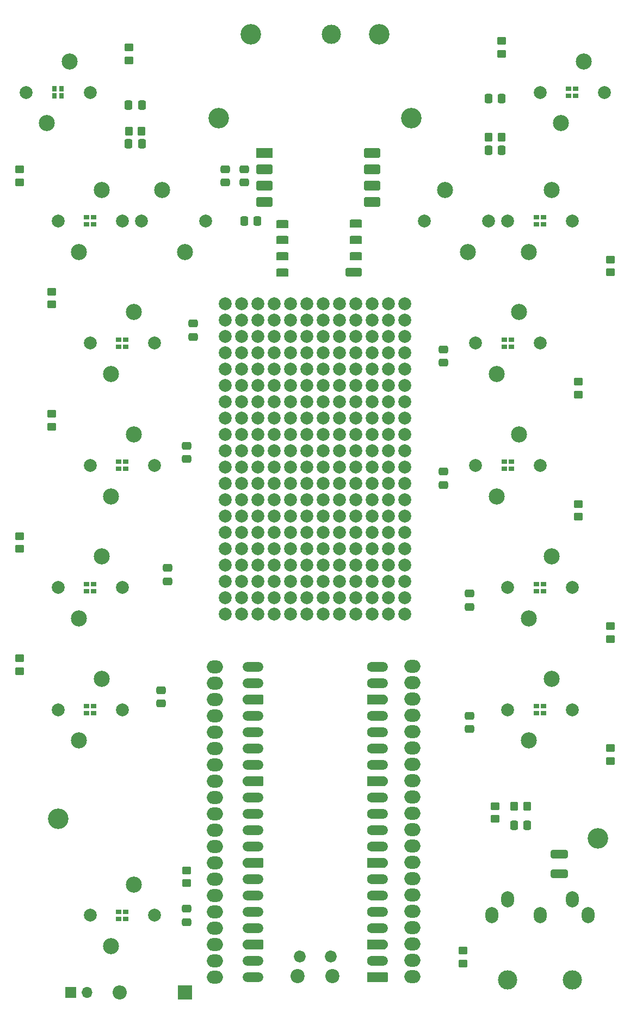
<source format=gts>
%TF.GenerationSoftware,KiCad,Pcbnew,9.0.0*%
%TF.CreationDate,2025-03-25T20:45:47+10:00*%
%TF.ProjectId,PicoSax,5069636f-5361-4782-9e6b-696361645f70,rev?*%
%TF.SameCoordinates,Original*%
%TF.FileFunction,Soldermask,Top*%
%TF.FilePolarity,Negative*%
%FSLAX46Y46*%
G04 Gerber Fmt 4.6, Leading zero omitted, Abs format (unit mm)*
G04 Created by KiCad (PCBNEW 9.0.0) date 2025-03-25 20:45:47*
%MOMM*%
%LPD*%
G01*
G04 APERTURE LIST*
G04 Aperture macros list*
%AMRoundRect*
0 Rectangle with rounded corners*
0 $1 Rounding radius*
0 $2 $3 $4 $5 $6 $7 $8 $9 X,Y pos of 4 corners*
0 Add a 4 corners polygon primitive as box body*
4,1,4,$2,$3,$4,$5,$6,$7,$8,$9,$2,$3,0*
0 Add four circle primitives for the rounded corners*
1,1,$1+$1,$2,$3*
1,1,$1+$1,$4,$5*
1,1,$1+$1,$6,$7*
1,1,$1+$1,$8,$9*
0 Add four rect primitives between the rounded corners*
20,1,$1+$1,$2,$3,$4,$5,0*
20,1,$1+$1,$4,$5,$6,$7,0*
20,1,$1+$1,$6,$7,$8,$9,0*
20,1,$1+$1,$8,$9,$2,$3,0*%
%AMFreePoly0*
4,1,37,0.800000,0.796148,0.878414,0.796148,1.032228,0.765552,1.177117,0.705537,1.307515,0.618408,1.418408,0.507515,1.505537,0.377117,1.565552,0.232228,1.596148,0.078414,1.596148,-0.078414,1.565552,-0.232228,1.505537,-0.377117,1.418408,-0.507515,1.307515,-0.618408,1.177117,-0.705537,1.032228,-0.765552,0.878414,-0.796148,0.800000,-0.796148,0.800000,-0.800000,-1.400000,-0.800000,
-1.403843,-0.796157,-1.439018,-0.796157,-1.511114,-0.766294,-1.566294,-0.711114,-1.596157,-0.639018,-1.596157,-0.603843,-1.600000,-0.600000,-1.600000,0.600000,-1.596157,0.603843,-1.596157,0.639018,-1.566294,0.711114,-1.511114,0.766294,-1.439018,0.796157,-1.403843,0.796157,-1.400000,0.800000,0.800000,0.800000,0.800000,0.796148,0.800000,0.796148,$1*%
%AMFreePoly1*
4,1,37,1.403843,0.796157,1.439018,0.796157,1.511114,0.766294,1.566294,0.711114,1.596157,0.639018,1.596157,0.603843,1.600000,0.600000,1.600000,-0.600000,1.596157,-0.603843,1.596157,-0.639018,1.566294,-0.711114,1.511114,-0.766294,1.439018,-0.796157,1.403843,-0.796157,1.400000,-0.800000,-0.800000,-0.800000,-0.800000,-0.796148,-0.878414,-0.796148,-1.032228,-0.765552,-1.177117,-0.705537,
-1.307515,-0.618408,-1.418408,-0.507515,-1.505537,-0.377117,-1.565552,-0.232228,-1.596148,-0.078414,-1.596148,0.078414,-1.565552,0.232228,-1.505537,0.377117,-1.418408,0.507515,-1.307515,0.618408,-1.177117,0.705537,-1.032228,0.765552,-0.878414,0.796148,-0.800000,0.796148,-0.800000,0.800000,1.400000,0.800000,1.403843,0.796157,1.403843,0.796157,$1*%
%AMFreePoly2*
4,1,37,0.603843,0.796157,0.639018,0.796157,0.711114,0.766294,0.766294,0.711114,0.796157,0.639018,0.796157,0.603843,0.800000,0.600000,0.800000,-0.600000,0.796157,-0.603843,0.796157,-0.639018,0.766294,-0.711114,0.711114,-0.766294,0.639018,-0.796157,0.603843,-0.796157,0.600000,-0.800000,0.000000,-0.800000,0.000000,-0.796148,-0.078414,-0.796148,-0.232228,-0.765552,-0.377117,-0.705537,
-0.507515,-0.618408,-0.618408,-0.507515,-0.705537,-0.377117,-0.765552,-0.232228,-0.796148,-0.078414,-0.796148,0.078414,-0.765552,0.232228,-0.705537,0.377117,-0.618408,0.507515,-0.507515,0.618408,-0.377117,0.705537,-0.232228,0.765552,-0.078414,0.796148,0.000000,0.796148,0.000000,0.800000,0.600000,0.800000,0.603843,0.796157,0.603843,0.796157,$1*%
%AMFreePoly3*
4,1,37,0.000000,0.796148,0.078414,0.796148,0.232228,0.765552,0.377117,0.705537,0.507515,0.618408,0.618408,0.507515,0.705537,0.377117,0.765552,0.232228,0.796148,0.078414,0.796148,-0.078414,0.765552,-0.232228,0.705537,-0.377117,0.618408,-0.507515,0.507515,-0.618408,0.377117,-0.705537,0.232228,-0.765552,0.078414,-0.796148,0.000000,-0.796148,0.000000,-0.800000,-0.600000,-0.800000,
-0.603843,-0.796157,-0.639018,-0.796157,-0.711114,-0.766294,-0.766294,-0.711114,-0.796157,-0.639018,-0.796157,-0.603843,-0.800000,-0.600000,-0.800000,0.600000,-0.796157,0.603843,-0.796157,0.639018,-0.766294,0.711114,-0.711114,0.766294,-0.639018,0.796157,-0.603843,0.796157,-0.600000,0.800000,0.000000,0.800000,0.000000,0.796148,0.000000,0.796148,$1*%
G04 Aperture macros list end*
%ADD10RoundRect,0.250000X-0.450000X0.350000X-0.450000X-0.350000X0.450000X-0.350000X0.450000X0.350000X0*%
%ADD11RoundRect,0.250000X0.450000X-0.350000X0.450000X0.350000X-0.450000X0.350000X-0.450000X-0.350000X0*%
%ADD12RoundRect,0.250000X0.337500X0.475000X-0.337500X0.475000X-0.337500X-0.475000X0.337500X-0.475000X0*%
%ADD13C,2.000000*%
%ADD14C,2.500000*%
%ADD15RoundRect,0.250000X-0.475000X0.337500X-0.475000X-0.337500X0.475000X-0.337500X0.475000X0.337500X0*%
%ADD16R,0.812800X0.762000*%
%ADD17RoundRect,0.250000X0.475000X-0.337500X0.475000X0.337500X-0.475000X0.337500X-0.475000X-0.337500X0*%
%ADD18C,3.200000*%
%ADD19RoundRect,0.195000X1.055000X0.455000X-1.055000X0.455000X-1.055000X-0.455000X1.055000X-0.455000X0*%
%ADD20RoundRect,0.190500X0.762000X0.444500X-0.762000X0.444500X-0.762000X-0.444500X0.762000X-0.444500X0*%
%ADD21C,2.200000*%
%ADD22C,1.850000*%
%ADD23FreePoly0,180.000000*%
%ADD24RoundRect,0.200000X0.600000X0.600000X-0.600000X0.600000X-0.600000X-0.600000X0.600000X-0.600000X0*%
%ADD25RoundRect,0.800000X0.800000X0.000010X-0.800000X0.000010X-0.800000X-0.000010X0.800000X-0.000010X0*%
%ADD26C,1.600000*%
%ADD27FreePoly1,180.000000*%
%ADD28FreePoly2,180.000000*%
%ADD29FreePoly3,180.000000*%
%ADD30R,2.540000X1.520000*%
%ADD31RoundRect,0.250000X1.020000X0.510000X-1.020000X0.510000X-1.020000X-0.510000X1.020000X-0.510000X0*%
%ADD32C,3.000000*%
%ADD33RoundRect,0.250000X-0.337500X-0.475000X0.337500X-0.475000X0.337500X0.475000X-0.337500X0.475000X0*%
%ADD34RoundRect,0.250000X0.350000X0.450000X-0.350000X0.450000X-0.350000X-0.450000X0.350000X-0.450000X0*%
%ADD35R,0.762000X0.812800*%
%ADD36O,2.500000X2.000000*%
%ADD37RoundRect,0.250000X-1.075000X0.400000X-1.075000X-0.400000X1.075000X-0.400000X1.075000X0.400000X0*%
%ADD38O,2.000000X2.500000*%
%ADD39RoundRect,0.250000X-0.350000X-0.450000X0.350000X-0.450000X0.350000X0.450000X-0.350000X0.450000X0*%
%ADD40R,1.700000X1.700000*%
%ADD41O,1.700000X1.700000*%
%ADD42R,2.200000X2.200000*%
%ADD43O,2.200000X2.200000*%
G04 APERTURE END LIST*
D10*
%TO.C,R9*%
X129000000Y-59000000D03*
X129000000Y-61000000D03*
%TD*%
D11*
%TO.C,R3*%
X59000000Y-100000000D03*
X59000000Y-98000000D03*
%TD*%
D10*
%TO.C,R17*%
X123000000Y-200500000D03*
X123000000Y-202500000D03*
%TD*%
D12*
%TO.C,C10*%
X133037500Y-181000000D03*
X130962500Y-181000000D03*
%TD*%
D13*
%TO.C,SWE1*%
X65000000Y-106000000D03*
X75000000Y-106000000D03*
D14*
X68225000Y-110810000D03*
X71775000Y-101190000D03*
%TD*%
D15*
%TO.C,C8*%
X124000000Y-144962500D03*
X124000000Y-147037500D03*
%TD*%
%TO.C,C6*%
X120000000Y-106962500D03*
X120000000Y-109037500D03*
%TD*%
D11*
%TO.C,R6*%
X54000000Y-157000000D03*
X54000000Y-155000000D03*
%TD*%
D16*
%TO.C,L7*%
X70544401Y-195549999D03*
X70544401Y-194450001D03*
X69455599Y-194450001D03*
X69455599Y-195549999D03*
%TD*%
%TO.C,L12*%
X65544401Y-87549999D03*
X65544401Y-86450001D03*
X64455599Y-86450001D03*
X64455599Y-87549999D03*
%TD*%
%TO.C,L3*%
X129455599Y-105450001D03*
X129455599Y-106549999D03*
X130544401Y-106549999D03*
X130544401Y-105450001D03*
%TD*%
D11*
%TO.C,R2*%
X54000000Y-81000000D03*
X54000000Y-79000000D03*
%TD*%
D17*
%TO.C,C13*%
X77000000Y-143037500D03*
X77000000Y-140962500D03*
%TD*%
D16*
%TO.C,L6*%
X134455599Y-162450001D03*
X134455599Y-163549999D03*
X135544401Y-163549999D03*
X135544401Y-162450001D03*
%TD*%
D18*
%TO.C,M4*%
X115000000Y-71000000D03*
%TD*%
D11*
%TO.C,R7*%
X80000000Y-190000000D03*
X80000000Y-188000000D03*
%TD*%
D15*
%TO.C,C7*%
X120000000Y-125962500D03*
X120000000Y-128037500D03*
%TD*%
D11*
%TO.C,R5*%
X54000000Y-138000000D03*
X54000000Y-136000000D03*
%TD*%
D16*
%TO.C,L2*%
X134455599Y-86450001D03*
X134455599Y-87549999D03*
X135544401Y-87549999D03*
X135544401Y-86450001D03*
%TD*%
D19*
%TO.C,U2*%
X106000000Y-95000000D03*
D20*
X106296895Y-92512218D03*
X106296895Y-90012218D03*
X106296895Y-87472218D03*
X94896895Y-87512218D03*
X94896895Y-90012218D03*
X94896895Y-92512218D03*
X94896895Y-95012218D03*
%TD*%
D17*
%TO.C,C2*%
X89000000Y-81037500D03*
X89000000Y-78962500D03*
%TD*%
D21*
%TO.C,A1*%
X102725000Y-204462500D03*
D22*
X102425000Y-201432500D03*
X97575000Y-201432500D03*
D21*
X97275000Y-204462500D03*
D23*
X109690000Y-204592500D03*
D24*
X108890000Y-204592500D03*
D25*
X109690000Y-202052500D03*
D26*
X108890000Y-202052500D03*
D27*
X109690000Y-199512500D03*
D28*
X108890000Y-199512500D03*
D25*
X109690000Y-196972500D03*
D26*
X108890000Y-196972500D03*
D25*
X109690000Y-194432500D03*
D26*
X108890000Y-194432500D03*
D25*
X109690000Y-191892500D03*
D26*
X108890000Y-191892500D03*
D25*
X109690000Y-189352500D03*
D26*
X108890000Y-189352500D03*
D27*
X109690000Y-186812500D03*
D28*
X108890000Y-186812500D03*
D25*
X109690000Y-184272500D03*
D26*
X108890000Y-184272500D03*
D25*
X109690000Y-181732500D03*
D26*
X108890000Y-181732500D03*
D25*
X109690000Y-179192500D03*
D26*
X108890000Y-179192500D03*
D25*
X109690000Y-176652500D03*
D26*
X108890000Y-176652500D03*
D27*
X109690000Y-174112500D03*
D28*
X108890000Y-174112500D03*
D25*
X109690000Y-171572500D03*
D26*
X108890000Y-171572500D03*
D25*
X109690000Y-169032500D03*
D26*
X108890000Y-169032500D03*
D25*
X109690000Y-166492500D03*
D26*
X108890000Y-166492500D03*
D25*
X109690000Y-163952500D03*
D26*
X108890000Y-163952500D03*
D27*
X109690000Y-161412500D03*
D28*
X108890000Y-161412500D03*
D25*
X109690000Y-158872500D03*
D26*
X108890000Y-158872500D03*
D25*
X109690000Y-156332500D03*
D26*
X108890000Y-156332500D03*
X91110000Y-156332500D03*
D25*
X90310000Y-156332500D03*
D26*
X91110000Y-158872500D03*
D25*
X90310000Y-158872500D03*
D29*
X91110000Y-161412500D03*
D23*
X90310000Y-161412500D03*
D26*
X91110000Y-163952500D03*
D25*
X90310000Y-163952500D03*
D26*
X91110000Y-166492500D03*
D25*
X90310000Y-166492500D03*
D26*
X91110000Y-169032500D03*
D25*
X90310000Y-169032500D03*
D26*
X91110000Y-171572500D03*
D25*
X90310000Y-171572500D03*
D29*
X91110000Y-174112500D03*
D23*
X90310000Y-174112500D03*
D26*
X91110000Y-176652500D03*
D25*
X90310000Y-176652500D03*
D26*
X91110000Y-179192500D03*
D25*
X90310000Y-179192500D03*
D26*
X91110000Y-181732500D03*
D25*
X90310000Y-181732500D03*
D26*
X91110000Y-184272500D03*
D25*
X90310000Y-184272500D03*
D29*
X91110000Y-186812500D03*
D23*
X90310000Y-186812500D03*
D26*
X91110000Y-189352500D03*
D25*
X90310000Y-189352500D03*
D26*
X91110000Y-191892500D03*
D25*
X90310000Y-191892500D03*
D26*
X91110000Y-194432500D03*
D25*
X90310000Y-194432500D03*
D26*
X91110000Y-196972500D03*
D25*
X90310000Y-196972500D03*
D29*
X91110000Y-199512500D03*
D23*
X90310000Y-199512500D03*
D26*
X91110000Y-202052500D03*
D25*
X90310000Y-202052500D03*
D26*
X91110000Y-204592500D03*
D25*
X90310000Y-204592500D03*
%TD*%
D17*
%TO.C,C14*%
X80000000Y-124037500D03*
X80000000Y-121962500D03*
%TD*%
D10*
%TO.C,R13*%
X146000000Y-150000000D03*
X146000000Y-152000000D03*
%TD*%
%TO.C,R12*%
X141000000Y-131000000D03*
X141000000Y-133000000D03*
%TD*%
D16*
%TO.C,L4*%
X129455599Y-124450001D03*
X129455599Y-125549999D03*
X130544401Y-125549999D03*
X130544401Y-124450001D03*
%TD*%
D13*
%TO.C,SWDup1*%
X135000000Y-67000000D03*
X145000000Y-67000000D03*
D14*
X138225000Y-71810000D03*
X141775000Y-62190000D03*
%TD*%
D13*
%TO.C,U1*%
X86030000Y-99870000D03*
X86030000Y-102410000D03*
X86030000Y-104950000D03*
X86030000Y-107490000D03*
X86030000Y-110030000D03*
X86030000Y-112570000D03*
X86030000Y-115110000D03*
X86030000Y-117650000D03*
X86030000Y-120190000D03*
X86030000Y-122730000D03*
X86030000Y-125270000D03*
X86030000Y-127810000D03*
X86030000Y-130350000D03*
X86030000Y-132890000D03*
X86030000Y-135430000D03*
X86030000Y-137970000D03*
X86030000Y-140510000D03*
X86030000Y-143050000D03*
X86030000Y-145590000D03*
X86030000Y-148130000D03*
X88570000Y-99870000D03*
X88570000Y-102410000D03*
X88570000Y-104950000D03*
X88570000Y-107490000D03*
X88570000Y-110030000D03*
X88570000Y-112570000D03*
X88570000Y-115110000D03*
X88570000Y-117650000D03*
X88570000Y-120190000D03*
X88570000Y-122730000D03*
X88570000Y-125270000D03*
X88570000Y-127810000D03*
X88570000Y-130350000D03*
X88570000Y-132890000D03*
X88570000Y-135430000D03*
X88570000Y-137970000D03*
X88570000Y-140510000D03*
X88570000Y-143050000D03*
X88570000Y-145590000D03*
X88570000Y-148130000D03*
X91110000Y-99870000D03*
X91110000Y-102410000D03*
X91110000Y-104950000D03*
X91110000Y-107490000D03*
X91110000Y-110030000D03*
X91110000Y-112570000D03*
X91110000Y-115110000D03*
X91110000Y-117650000D03*
X91110000Y-120190000D03*
X91110000Y-122730000D03*
X91110000Y-125270000D03*
X91110000Y-127810000D03*
X91110000Y-130350000D03*
X91110000Y-132890000D03*
X91110000Y-135430000D03*
X91110000Y-137970000D03*
X91110000Y-140510000D03*
X91110000Y-143050000D03*
X91110000Y-145590000D03*
X91110000Y-148130000D03*
X93650000Y-99870000D03*
X93650000Y-102410000D03*
X93650000Y-104950000D03*
X93650000Y-107490000D03*
X93650000Y-110030000D03*
X93650000Y-112570000D03*
X93650000Y-115110000D03*
X93650000Y-117650000D03*
X93650000Y-120190000D03*
X93650000Y-122730000D03*
X93650000Y-125270000D03*
X93650000Y-127810000D03*
X93650000Y-130350000D03*
X93650000Y-132890000D03*
X93650000Y-135430000D03*
X93650000Y-137970000D03*
X93650000Y-140510000D03*
X93650000Y-143050000D03*
X93650000Y-145590000D03*
X93650000Y-148130000D03*
X96190000Y-99870000D03*
X96190000Y-102410000D03*
X96190000Y-104950000D03*
X96190000Y-107490000D03*
X96190000Y-110030000D03*
X96190000Y-112570000D03*
X96190000Y-115110000D03*
X96190000Y-117650000D03*
X96190000Y-120190000D03*
X96190000Y-122730000D03*
X96190000Y-125270000D03*
X96190000Y-127810000D03*
X96190000Y-130350000D03*
X96190000Y-132890000D03*
X96190000Y-135430000D03*
X96190000Y-137970000D03*
X96190000Y-140510000D03*
X96190000Y-143050000D03*
X96190000Y-145590000D03*
X96190000Y-148130000D03*
X98730000Y-99870000D03*
X98730000Y-102410000D03*
X98730000Y-104950000D03*
X98730000Y-107490000D03*
X98730000Y-110030000D03*
X98730000Y-112570000D03*
X98730000Y-115110000D03*
X98730000Y-117650000D03*
X98730000Y-120190000D03*
X98730000Y-122730000D03*
X98730000Y-125270000D03*
X98730000Y-127810000D03*
X98730000Y-130350000D03*
X98730000Y-132890000D03*
X98730000Y-135430000D03*
X98730000Y-137970000D03*
X98730000Y-140510000D03*
X98730000Y-143050000D03*
X98730000Y-145590000D03*
X98730000Y-148130000D03*
X101270000Y-99870000D03*
X101270000Y-102410000D03*
X101270000Y-104950000D03*
X101270000Y-107490000D03*
X101270000Y-110030000D03*
X101270000Y-112570000D03*
X101270000Y-115110000D03*
X101270000Y-117650000D03*
X101270000Y-120190000D03*
X101270000Y-122730000D03*
X101270000Y-125270000D03*
X101270000Y-127810000D03*
X101270000Y-130350000D03*
X101270000Y-132890000D03*
X101270000Y-135430000D03*
X101270000Y-137970000D03*
X101270000Y-140510000D03*
X101270000Y-143050000D03*
X101270000Y-145590000D03*
X101270000Y-148130000D03*
X103810000Y-99870000D03*
X103810000Y-102410000D03*
X103810000Y-104950000D03*
X103810000Y-107490000D03*
X103810000Y-110030000D03*
X103810000Y-112570000D03*
X103810000Y-115110000D03*
X103810000Y-117650000D03*
X103810000Y-120190000D03*
X103810000Y-122730000D03*
X103810000Y-125270000D03*
X103810000Y-127810000D03*
X103810000Y-130350000D03*
X103810000Y-132890000D03*
X103810000Y-135430000D03*
X103810000Y-137970000D03*
X103810000Y-140510000D03*
X103810000Y-143050000D03*
X103810000Y-145590000D03*
X103810000Y-148130000D03*
X106350000Y-99870000D03*
X106350000Y-102410000D03*
X106350000Y-104950000D03*
X106350000Y-107490000D03*
X106350000Y-110030000D03*
X106350000Y-112570000D03*
X106350000Y-115110000D03*
X106350000Y-117650000D03*
X106350000Y-120190000D03*
X106350000Y-122730000D03*
X106350000Y-125270000D03*
X106350000Y-127810000D03*
X106350000Y-130350000D03*
X106350000Y-132890000D03*
X106350000Y-135430000D03*
X106350000Y-137970000D03*
X106350000Y-140510000D03*
X106350000Y-143050000D03*
X106350000Y-145590000D03*
X106350000Y-148130000D03*
X108890000Y-99870000D03*
X108890000Y-102410000D03*
X108890000Y-104950000D03*
X108890000Y-107490000D03*
X108890000Y-110030000D03*
X108890000Y-112570000D03*
X108890000Y-115110000D03*
X108890000Y-117650000D03*
X108890000Y-120190000D03*
X108890000Y-122730000D03*
X108890000Y-125270000D03*
X108890000Y-127810000D03*
X108890000Y-130350000D03*
X108890000Y-132890000D03*
X108890000Y-135430000D03*
X108890000Y-137970000D03*
X108890000Y-140510000D03*
X108890000Y-143050000D03*
X108890000Y-145590000D03*
X108890000Y-148130000D03*
X111430000Y-99870000D03*
X111430000Y-102410000D03*
X111430000Y-104950000D03*
X111430000Y-107490000D03*
X111430000Y-110030000D03*
X111430000Y-112570000D03*
X111430000Y-115110000D03*
X111430000Y-117650000D03*
X111430000Y-120190000D03*
X111430000Y-122730000D03*
X111430000Y-125270000D03*
X111430000Y-127810000D03*
X111430000Y-130350000D03*
X111430000Y-132890000D03*
X111430000Y-135430000D03*
X111430000Y-137970000D03*
X111430000Y-140510000D03*
X111430000Y-143050000D03*
X111430000Y-145590000D03*
X111430000Y-148130000D03*
X113970000Y-99870000D03*
X113970000Y-102410000D03*
X113970000Y-104950000D03*
X113970000Y-107490000D03*
X113970000Y-110030000D03*
X113970000Y-112570000D03*
X113970000Y-115110000D03*
X113970000Y-117650000D03*
X113970000Y-120190000D03*
X113970000Y-122730000D03*
X113970000Y-125270000D03*
X113970000Y-127810000D03*
X113970000Y-130350000D03*
X113970000Y-132890000D03*
X113970000Y-135430000D03*
X113970000Y-137970000D03*
X113970000Y-140510000D03*
X113970000Y-143050000D03*
X113970000Y-145590000D03*
X113970000Y-148130000D03*
%TD*%
%TO.C,SWA1*%
X135000000Y-106000000D03*
X125000000Y-106000000D03*
D14*
X131775000Y-101190000D03*
X128225000Y-110810000D03*
%TD*%
D18*
%TO.C,M3*%
X85000000Y-71000000D03*
%TD*%
%TO.C,M5*%
X60000000Y-180000000D03*
%TD*%
D11*
%TO.C,R4*%
X59000000Y-119000000D03*
X59000000Y-117000000D03*
%TD*%
D13*
%TO.C,SWGs1*%
X140000000Y-144000000D03*
X130000000Y-144000000D03*
D14*
X136775000Y-139190000D03*
X133225000Y-148810000D03*
%TD*%
D10*
%TO.C,R10*%
X146000000Y-93000000D03*
X146000000Y-95000000D03*
%TD*%
D30*
%TO.C,U3*%
X92120000Y-76390000D03*
D31*
X92120000Y-78930000D03*
X92120000Y-81470000D03*
X92120000Y-84010000D03*
X108880000Y-84010000D03*
X108880000Y-81470000D03*
X108880000Y-78930000D03*
X108880000Y-76390000D03*
%TD*%
D18*
%TO.C,M2*%
X110000000Y-58000000D03*
%TD*%
D32*
%TO.C,REF\u002A\u002A*%
X102500000Y-58000000D03*
%TD*%
D33*
%TO.C,C4*%
X126962500Y-68000000D03*
X129037500Y-68000000D03*
%TD*%
D10*
%TO.C,R14*%
X146000000Y-169000000D03*
X146000000Y-171000000D03*
%TD*%
D15*
%TO.C,C9*%
X124000000Y-163962500D03*
X124000000Y-166037500D03*
%TD*%
D10*
%TO.C,R11*%
X141000000Y-112000000D03*
X141000000Y-114000000D03*
%TD*%
D34*
%TO.C,R8*%
X73000000Y-73000000D03*
X71000000Y-73000000D03*
%TD*%
D35*
%TO.C,L13*%
X59450001Y-67544401D03*
X60549999Y-67544401D03*
X60549999Y-66455599D03*
X59450001Y-66455599D03*
%TD*%
D13*
%TO.C,SWCTRL1*%
X65000000Y-195000000D03*
X75000000Y-195000000D03*
D14*
X68225000Y-199810000D03*
X71775000Y-190190000D03*
%TD*%
D16*
%TO.C,L9*%
X65544401Y-144549999D03*
X65544401Y-143450001D03*
X64455599Y-143450001D03*
X64455599Y-144549999D03*
%TD*%
D13*
%TO.C,SWF1*%
X60000000Y-87000000D03*
X70000000Y-87000000D03*
D14*
X63225000Y-91810000D03*
X66775000Y-82190000D03*
%TD*%
D13*
%TO.C,SWSPR1*%
X140000000Y-163000000D03*
X130000000Y-163000000D03*
D14*
X136775000Y-158190000D03*
X133225000Y-167810000D03*
%TD*%
D18*
%TO.C,M6*%
X144000000Y-183000000D03*
%TD*%
D13*
%TO.C,SWC1*%
X60000000Y-163000000D03*
X70000000Y-163000000D03*
D14*
X63225000Y-167810000D03*
X66775000Y-158190000D03*
%TD*%
D36*
%TO.C,J4*%
X84400000Y-156382500D03*
X84400000Y-158922500D03*
X84400000Y-161462500D03*
X84400000Y-164002500D03*
X84400000Y-166542500D03*
X84400000Y-169082500D03*
X84400000Y-171622500D03*
X84400000Y-174162500D03*
X84400000Y-176702500D03*
X84400000Y-179242500D03*
X84400000Y-181782500D03*
X84400000Y-184322500D03*
X84400000Y-186862500D03*
X84400000Y-189402500D03*
X84400000Y-191942500D03*
X84400000Y-194482500D03*
X84400000Y-197022500D03*
X84400000Y-199562500D03*
X84400000Y-202102500D03*
X84400000Y-204642500D03*
%TD*%
D12*
%TO.C,C16*%
X73037500Y-75000000D03*
X70962500Y-75000000D03*
%TD*%
D13*
%TO.C,SWB1*%
X140000000Y-87000000D03*
X130000000Y-87000000D03*
D14*
X136775000Y-82190000D03*
X133225000Y-91810000D03*
%TD*%
D10*
%TO.C,R18*%
X128000000Y-178000000D03*
X128000000Y-180000000D03*
%TD*%
D16*
%TO.C,L1*%
X139455599Y-66450001D03*
X139455599Y-67549999D03*
X140544401Y-67549999D03*
X140544401Y-66450001D03*
%TD*%
D17*
%TO.C,C12*%
X76000000Y-162037500D03*
X76000000Y-159962500D03*
%TD*%
D37*
%TO.C,R16*%
X138000000Y-185450000D03*
X138000000Y-188550000D03*
%TD*%
D32*
%TO.C,J2*%
X130000000Y-205000000D03*
X140000000Y-205000000D03*
D38*
X142500000Y-195000000D03*
X135000000Y-195000000D03*
X127500000Y-195000000D03*
X140000000Y-192500000D03*
X130000000Y-192500000D03*
%TD*%
D16*
%TO.C,L5*%
X134455599Y-143450001D03*
X134455599Y-144549999D03*
X135544401Y-144549999D03*
X135544401Y-143450001D03*
%TD*%
%TO.C,L10*%
X70544401Y-125549999D03*
X70544401Y-124450001D03*
X69455599Y-124450001D03*
X69455599Y-125549999D03*
%TD*%
D12*
%TO.C,C3*%
X91037500Y-87000000D03*
X88962500Y-87000000D03*
%TD*%
D17*
%TO.C,C15*%
X81000000Y-105037500D03*
X81000000Y-102962500D03*
%TD*%
D39*
%TO.C,R15*%
X127000000Y-74000000D03*
X129000000Y-74000000D03*
%TD*%
D13*
%TO.C,SWEb1*%
X60000000Y-144000000D03*
X70000000Y-144000000D03*
D14*
X63225000Y-148810000D03*
X66775000Y-139190000D03*
%TD*%
D13*
%TO.C,SWG1*%
X135000000Y-125000000D03*
X125000000Y-125000000D03*
D14*
X131775000Y-120190000D03*
X128225000Y-129810000D03*
%TD*%
D18*
%TO.C,M1*%
X90000000Y-58000000D03*
%TD*%
D16*
%TO.C,L8*%
X65544401Y-163549999D03*
X65544401Y-162450001D03*
X64455599Y-162450001D03*
X64455599Y-163549999D03*
%TD*%
D13*
%TO.C,SWBb1*%
X55000000Y-67000000D03*
X65000000Y-67000000D03*
D14*
X58225000Y-71810000D03*
X61775000Y-62190000D03*
%TD*%
D36*
%TO.C,J1*%
X115100000Y-204542500D03*
X115100000Y-202002500D03*
X115100000Y-199462500D03*
X115100000Y-196922500D03*
X115100000Y-194382500D03*
X115100000Y-191842500D03*
X115100000Y-189302500D03*
X115100000Y-186762500D03*
X115100000Y-184222500D03*
X115100000Y-181682500D03*
X115100000Y-179142500D03*
X115100000Y-176602500D03*
X115100000Y-174062500D03*
X115100000Y-171522500D03*
X115100000Y-168982500D03*
X115100000Y-166442500D03*
X115100000Y-163902500D03*
X115100000Y-161362500D03*
X115100000Y-158822500D03*
X115100000Y-156282500D03*
%TD*%
D39*
%TO.C,R19*%
X131000000Y-178000000D03*
X133000000Y-178000000D03*
%TD*%
D13*
%TO.C,SWD1*%
X65000000Y-125000000D03*
X75000000Y-125000000D03*
D14*
X68225000Y-129810000D03*
X71775000Y-120190000D03*
%TD*%
D16*
%TO.C,L11*%
X70544401Y-106549999D03*
X70544401Y-105450001D03*
X69455599Y-105450001D03*
X69455599Y-106549999D03*
%TD*%
D15*
%TO.C,C11*%
X80000000Y-193962500D03*
X80000000Y-196037500D03*
%TD*%
D33*
%TO.C,C5*%
X126962500Y-76000000D03*
X129037500Y-76000000D03*
%TD*%
D12*
%TO.C,C17*%
X73037500Y-69000000D03*
X70962500Y-69000000D03*
%TD*%
D10*
%TO.C,R1*%
X71000000Y-60000000D03*
X71000000Y-62000000D03*
%TD*%
D17*
%TO.C,C1*%
X86000000Y-81037500D03*
X86000000Y-78962500D03*
%TD*%
D13*
%TO.C,SW8va1*%
X127000000Y-87000000D03*
X117000000Y-87000000D03*
D14*
X120225000Y-82190000D03*
X123775000Y-91810000D03*
%TD*%
D40*
%TO.C,J3*%
X62000000Y-207000000D03*
D41*
X64540000Y-207000000D03*
%TD*%
D13*
%TO.C,SW8vb1*%
X73000000Y-87000000D03*
X83000000Y-87000000D03*
D14*
X79775000Y-91810000D03*
X76225000Y-82190000D03*
%TD*%
D42*
%TO.C,D1*%
X79710000Y-207000000D03*
D43*
X69550000Y-207000000D03*
%TD*%
M02*

</source>
